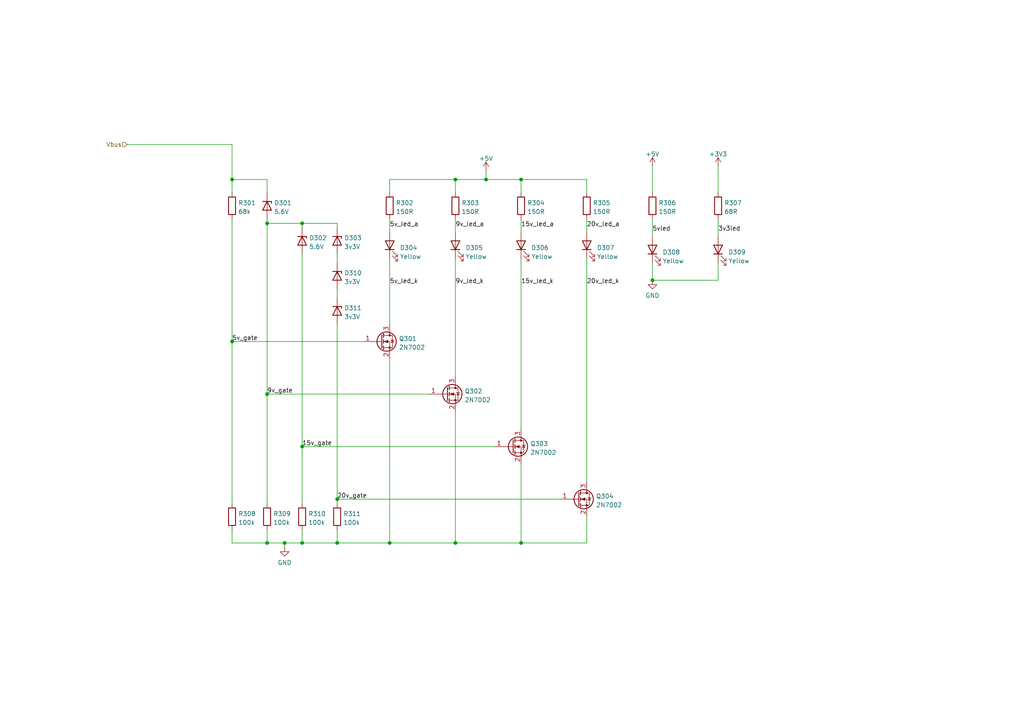
<source format=kicad_sch>
(kicad_sch (version 20211123) (generator eeschema)
  (paper "A4")
  (lib_symbols
    (symbol "Device:D_Zener" (pin_numbers hide) (pin_names (offset 1.016) hide)
      (property "Reference" "D" (at 0 2.54 0))
      (property "Value" "D_Zener" (at 0 -2.54 0))
      (symbol "D_Zener_0_1"
        (polyline (pts (xy 1.27 0) (xy -1.27 0)))
        (polyline (pts (xy -1.27 -1.27) (xy -1.27 1.27) (xy -0.762 1.27)) (stroke (width 0.254)))
        (polyline (pts (xy 1.27 -1.27) (xy 1.27 1.27) (xy -1.27 0) (xy 1.27 -1.27)) (stroke (width 0.254)))
      )
      (symbol "D_Zener_1_1"
        (pin passive line (at -3.81 0 0) (length 2.54) (name "K") (number "1"))
        (pin passive line (at 3.81 0 180) (length 2.54) (name "A") (number "2"))
      )
    )
    (symbol "Device:LED" (pin_numbers hide) (pin_names (offset 1.016) hide)
      (property "Reference" "D" (at 0 2.54 0))
      (property "Value" "LED" (at 0 -2.54 0))
      (symbol "LED_0_1"
        (polyline (pts (xy -1.27 -1.27) (xy -1.27 1.27)) (stroke (width 0.254)))
        (polyline (pts (xy -1.27 0) (xy 1.27 0)))
        (polyline (pts (xy 1.27 -1.27) (xy 1.27 1.27) (xy -1.27 0) (xy 1.27 -1.27)) (stroke (width 0.254)))
        (polyline (pts (xy -3.048 -0.762) (xy -4.572 -2.286) (xy -3.81 -2.286) (xy -4.572 -2.286) (xy -4.572 -1.524)))
        (polyline (pts (xy -1.778 -0.762) (xy -3.302 -2.286) (xy -2.54 -2.286) (xy -3.302 -2.286) (xy -3.302 -1.524)))
      )
      (symbol "LED_1_1"
        (pin passive line (at -3.81 0 0) (length 2.54) (name "K") (number "1"))
        (pin passive line (at 3.81 0 180) (length 2.54) (name "A") (number "2"))
      )
    )
    (symbol "Device:R" (pin_numbers hide) (pin_names (offset 0))
      (property "Reference" "R" (at 2.032 0 90))
      (property "Value" "R" (at 0 0 90))
      (symbol "R_0_1"
        (rectangle (start -1.016 -2.54) (end 1.016 2.54) (stroke (width 0.254)))
      )
      (symbol "R_1_1"
        (pin passive line (at 0 3.81 270) (length 1.27) (name "~") (number "1"))
        (pin passive line (at 0 -3.81 90) (length 1.27) (name "~") (number "2"))
      )
    )
    (symbol "Transistor_FET:2N7002" (pin_names hide)
      (property "Reference" "Q" (at 5.08 1.905 0))
      (property "Value" "2N7002" (at 5.08 0 0))
      (symbol "2N7002_0_1"
        (polyline (pts (xy 0.254 0) (xy -2.54 0)))
        (polyline (pts (xy 0.254 1.905) (xy 0.254 -1.905)) (stroke (width 0.254)))
        (polyline (pts (xy 0.762 -1.27) (xy 0.762 -2.286)) (stroke (width 0.254)))
        (polyline (pts (xy 0.762 0.508) (xy 0.762 -0.508)) (stroke (width 0.254)))
        (polyline (pts (xy 0.762 2.286) (xy 0.762 1.27)) (stroke (width 0.254)))
        (polyline (pts (xy 2.54 2.54) (xy 2.54 1.778)))
        (polyline (pts (xy 2.54 -2.54) (xy 2.54 0) (xy 0.762 0)))
        (polyline (pts (xy 0.762 -1.778) (xy 3.302 -1.778) (xy 3.302 1.778) (xy 0.762 1.778)))
        (polyline (pts (xy 1.016 0) (xy 2.032 0.381) (xy 2.032 -0.381) (xy 1.016 0)) (fill (type outline)))
        (polyline (pts (xy 2.794 0.508) (xy 2.921 0.381) (xy 3.683 0.381) (xy 3.81 0.254)))
        (polyline (pts (xy 3.302 0.381) (xy 2.921 -0.254) (xy 3.683 -0.254) (xy 3.302 0.381)))
        (circle (center 1.651 0) (radius 2.794) (stroke (width 0.254)))
        (circle (center 2.54 -1.778) (radius 0.254) (fill (type outline)))
        (circle (center 2.54 1.778) (radius 0.254) (fill (type outline)))
      )
      (symbol "2N7002_1_1"
        (pin input line (at -5.08 0 0) (length 2.54) (name "G") (number "1"))
        (pin passive line (at 2.54 -5.08 90) (length 2.54) (name "S") (number "2"))
        (pin passive line (at 2.54 5.08 270) (length 2.54) (name "D") (number "3"))
      )
    )
    (symbol "power:+3V3" (power) (pin_names (offset 0))
      (property "Value" "+3V3" (at 0 3.556 0))
      (symbol "+3V3_0_1"
        (polyline (pts (xy -0.762 1.27) (xy 0 2.54)))
        (polyline (pts (xy 0 0) (xy 0 2.54)))
        (polyline (pts (xy 0 2.54) (xy 0.762 1.27)))
      )
      (symbol "+3V3_1_1"
        (pin power_in line (at 0 0 90) (length 0) hide (name "+3V3") (number "1"))
      )
    )
    (symbol "power:+5V" (power) (pin_names (offset 0))
      (property "Value" "+5V" (at 0 3.556 0))
      (symbol "+5V_0_1"
        (polyline (pts (xy -0.762 1.27) (xy 0 2.54)))
        (polyline (pts (xy 0 0) (xy 0 2.54)))
        (polyline (pts (xy 0 2.54) (xy 0.762 1.27)))
      )
      (symbol "+5V_1_1"
        (pin power_in line (at 0 0 90) (length 0) hide (name "+5V") (number "1"))
      )
    )
    (symbol "power:GND" (power) (pin_names (offset 0))
      (property "Value" "GND" (at 0 -3.81 0))
      (symbol "GND_0_1"
        (polyline (pts (xy 0 0) (xy 0 -1.27) (xy 1.27 -1.27) (xy 0 -2.54) (xy -1.27 -1.27) (xy 0 -1.27)))
      )
      (symbol "GND_1_1"
        (pin power_in line (at 0 0 270) (length 0) hide (name "GND") (number "1"))
      )
    )
  )
  (junction (at 77.47 114.3))
  (junction (at 97.79 144.78))
  (junction (at 140.97 52.07))
  (junction (at 77.47 157.48))
  (junction (at 87.63 129.54))
  (junction (at 151.13 157.48))
  (junction (at 67.31 52.07))
  (junction (at 132.08 157.48))
  (junction (at 151.13 52.07))
  (junction (at 77.47 64.77))
  (junction (at 67.31 99.06))
  (junction (at 132.08 52.07))
  (junction (at 113.03 157.48))
  (junction (at 97.79 157.48))
  (junction (at 87.63 157.48))
  (junction (at 87.63 64.77))
  (junction (at 82.55 157.48))
  (junction (at 189.23 81.28))
  (wire (pts (xy 170.18 52.07) (xy 170.18 55.88)))
  (wire (pts (xy 151.13 74.93) (xy 151.13 124.46)))
  (wire (pts (xy 151.13 63.5) (xy 151.13 67.31)))
  (wire (pts (xy 170.18 63.5) (xy 170.18 67.31)))
  (wire (pts (xy 189.23 76.2) (xy 189.23 81.28)))
  (wire (pts (xy 67.31 157.48) (xy 67.31 153.67)))
  (wire (pts (xy 132.08 74.93) (xy 132.08 109.22)))
  (wire (pts (xy 97.79 64.77) (xy 97.79 66.04)))
  (wire (pts (xy 189.23 63.5) (xy 189.23 68.58)))
  (wire (pts (xy 67.31 157.48) (xy 77.47 157.48)))
  (wire (pts (xy 67.31 52.07) (xy 67.31 41.91)))
  (wire (pts (xy 87.63 157.48) (xy 97.79 157.48)))
  (wire (pts (xy 67.31 52.07) (xy 67.31 55.88)))
  (wire (pts (xy 97.79 144.78) (xy 97.79 146.05)))
  (wire (pts (xy 151.13 52.07) (xy 170.18 52.07)))
  (wire (pts (xy 87.63 129.54) (xy 143.51 129.54)))
  (wire (pts (xy 132.08 119.38) (xy 132.08 157.48)))
  (wire (pts (xy 132.08 157.48) (xy 151.13 157.48)))
  (wire (pts (xy 67.31 99.06) (xy 67.31 146.05)))
  (wire (pts (xy 67.31 99.06) (xy 105.41 99.06)))
  (wire (pts (xy 140.97 49.53) (xy 140.97 52.07)))
  (wire (pts (xy 87.63 129.54) (xy 87.63 146.05)))
  (wire (pts (xy 97.79 73.66) (xy 97.79 76.2)))
  (wire (pts (xy 82.55 157.48) (xy 87.63 157.48)))
  (wire (pts (xy 113.03 52.07) (xy 113.03 55.88)))
  (wire (pts (xy 113.03 157.48) (xy 132.08 157.48)))
  (wire (pts (xy 77.47 157.48) (xy 82.55 157.48)))
  (wire (pts (xy 77.47 64.77) (xy 87.63 64.77)))
  (wire (pts (xy 97.79 83.82) (xy 97.79 86.36)))
  (wire (pts (xy 97.79 144.78) (xy 162.56 144.78)))
  (wire (pts (xy 97.79 157.48) (xy 97.79 153.67)))
  (wire (pts (xy 87.63 64.77) (xy 97.79 64.77)))
  (wire (pts (xy 77.47 55.88) (xy 77.47 52.07)))
  (wire (pts (xy 87.63 157.48) (xy 87.63 153.67)))
  (wire (pts (xy 87.63 64.77) (xy 87.63 66.04)))
  (wire (pts (xy 77.47 157.48) (xy 77.47 153.67)))
  (wire (pts (xy 208.28 48.26) (xy 208.28 55.88)))
  (wire (pts (xy 87.63 73.66) (xy 87.63 129.54)))
  (wire (pts (xy 113.03 52.07) (xy 132.08 52.07)))
  (wire (pts (xy 170.18 74.93) (xy 170.18 139.7)))
  (wire (pts (xy 113.03 74.93) (xy 113.03 93.98)))
  (wire (pts (xy 208.28 63.5) (xy 208.28 68.58)))
  (wire (pts (xy 113.03 104.14) (xy 113.03 157.48)))
  (wire (pts (xy 113.03 63.5) (xy 113.03 67.31)))
  (wire (pts (xy 132.08 52.07) (xy 132.08 55.88)))
  (wire (pts (xy 189.23 81.28) (xy 208.28 81.28)))
  (wire (pts (xy 151.13 134.62) (xy 151.13 157.48)))
  (wire (pts (xy 132.08 63.5) (xy 132.08 67.31)))
  (wire (pts (xy 77.47 52.07) (xy 67.31 52.07)))
  (wire (pts (xy 82.55 158.75) (xy 82.55 157.48)))
  (wire (pts (xy 67.31 41.91) (xy 36.83 41.91)))
  (wire (pts (xy 151.13 52.07) (xy 151.13 55.88)))
  (wire (pts (xy 151.13 157.48) (xy 170.18 157.48)))
  (wire (pts (xy 189.23 48.26) (xy 189.23 55.88)))
  (wire (pts (xy 97.79 93.98) (xy 97.79 144.78)))
  (wire (pts (xy 77.47 114.3) (xy 77.47 146.05)))
  (wire (pts (xy 97.79 157.48) (xy 113.03 157.48)))
  (wire (pts (xy 132.08 52.07) (xy 140.97 52.07)))
  (wire (pts (xy 208.28 81.28) (xy 208.28 76.2)))
  (wire (pts (xy 77.47 63.5) (xy 77.47 64.77)))
  (wire (pts (xy 77.47 114.3) (xy 124.46 114.3)))
  (wire (pts (xy 140.97 52.07) (xy 151.13 52.07)))
  (wire (pts (xy 170.18 149.86) (xy 170.18 157.48)))
  (wire (pts (xy 77.47 64.77) (xy 77.47 114.3)))
  (wire (pts (xy 67.31 63.5) (xy 67.31 99.06)))
  (label "20v_led_a" (at 170.18 66.04 0))
  (label "5v_led_a" (at 113.03 66.04 0))
  (label "3v3led" (at 208.28 67.31 0))
  (label "9v_gate" (at 77.47 114.3 0))
  (label "5v_led_k" (at 113.03 82.55 0))
  (label "9v_led_k" (at 132.08 82.55 0))
  (label "20v_led_k" (at 170.18 82.55 0))
  (label "5vled" (at 189.23 67.31 0))
  (label "15v_gate" (at 87.63 129.54 0))
  (label "5v_gate" (at 67.31 99.06 0))
  (label "20v_gate" (at 97.79 144.78 0))
  (label "15v_led_k" (at 151.13 82.55 0))
  (label "15v_led_a" (at 151.13 66.04 0))
  (label "9v_led_a" (at 132.08 66.04 0))
  (hierarchical_label "Vbus" (shape input) (at 36.83 41.91 180))
  (symbol (lib_id "Device:D_Zener") (at 97.79 80.01 270) (unit 1)
    (property "Reference" "D310" (at 99.822 79.1753 90) (effects (justify left)))
    (property "Value" "3v3V" (at 99.822 81.7122 90) (effects (justify left)))
    (property "Footprint" "Diode_SMD:D_MiniMELF" (effects hide))
    (property "LCSC" "C8056" (effects hide))
  )
  (symbol (lib_id "Device:R") (at 97.79 149.86 0) (unit 1)
    (property "Reference" "R311" (at 99.568 149.0253 0) (effects (justify left)))
    (property "Value" "100k" (at 99.568 151.5622 0) (effects (justify left)))
    (property "Footprint" "Resistor_SMD:R_0402_1005Metric" (effects hide))
    (property "LCSC" "C25741" (effects hide))
  )
  (symbol (lib_id "Device:R") (at 170.18 59.69 0) (unit 1)
    (property "Reference" "R305" (at 171.958 58.8553 0) (effects (justify left)))
    (property "Value" "150R" (at 171.958 61.3922 0) (effects (justify left)))
    (property "Footprint" "Resistor_SMD:R_0402_1005Metric" (effects hide))
    (property "LCSC" "C25082" (effects hide))
  )
  (symbol (lib_id "power:+3V3") (at 208.28 48.26 0) (unit 1)
    (property "Reference" "#PWR0302" (effects hide))
    (property "Value" "+3V3" (at 208.28 44.6842 0))
  )
  (symbol (lib_id "Device:R") (at 67.31 59.69 0) (unit 1)
    (property "Reference" "R301" (at 69.088 58.8553 0) (effects (justify left)))
    (property "Value" "68k" (at 69.088 61.3922 0) (effects (justify left)))
    (property "Footprint" "Resistor_SMD:R_0402_1005Metric" (effects hide))
    (property "LCSC" "C36871" (effects hide))
  )
  (symbol (lib_id "Device:LED") (at 113.03 71.12 90) (unit 1)
    (property "Reference" "D304" (at 115.951 71.8728 90) (effects (justify right)))
    (property "Value" "Yellow" (at 115.951 74.4097 90) (effects (justify right)))
    (property "Footprint" "Skrooter_footprints:LED_0603_1608Metric_smaller_silk" (effects hide))
    (property "LCSC" "C72038" (effects hide))
  )
  (symbol (lib_id "Device:R") (at 132.08 59.69 0) (unit 1)
    (property "Reference" "R303" (at 133.858 58.8553 0) (effects (justify left)))
    (property "Value" "150R" (at 133.858 61.3922 0) (effects (justify left)))
    (property "Footprint" "Resistor_SMD:R_0402_1005Metric" (effects hide))
    (property "LCSC" "C25082" (effects hide))
  )
  (symbol (lib_id "Device:LED") (at 170.18 71.12 90) (unit 1)
    (property "Reference" "D307" (at 173.101 71.8728 90) (effects (justify right)))
    (property "Value" "Yellow" (at 173.101 74.4097 90) (effects (justify right)))
    (property "Footprint" "Skrooter_footprints:LED_0603_1608Metric_smaller_silk" (effects hide))
    (property "LCSC" "C72038" (effects hide))
  )
  (symbol (lib_id "Device:R") (at 87.63 149.86 0) (unit 1)
    (property "Reference" "R310" (at 89.408 149.0253 0) (effects (justify left)))
    (property "Value" "100k" (at 89.408 151.5622 0) (effects (justify left)))
    (property "Footprint" "Resistor_SMD:R_0402_1005Metric" (effects hide))
    (property "LCSC" "C25741" (effects hide))
  )
  (symbol (lib_id "Device:D_Zener") (at 87.63 69.85 270) (unit 1)
    (property "Reference" "D302" (at 89.662 69.0153 90) (effects (justify left)))
    (property "Value" "5.6V" (at 89.662 71.5522 90) (effects (justify left)))
    (property "Footprint" "Diode_SMD:D_MiniMELF" (effects hide))
    (property "LCSC" "C8062" (effects hide))
  )
  (symbol (lib_id "Device:D_Zener") (at 77.47 59.69 270) (unit 1)
    (property "Reference" "D301" (at 79.502 58.8553 90) (effects (justify left)))
    (property "Value" "5.6V" (at 79.502 61.3922 90) (effects (justify left)))
    (property "Footprint" "Diode_SMD:D_MiniMELF" (effects hide))
    (property "LCSC" "C8062" (effects hide))
  )
  (symbol (lib_id "Device:R") (at 77.47 149.86 0) (unit 1)
    (property "Reference" "R309" (at 79.248 149.0253 0) (effects (justify left)))
    (property "Value" "100k" (at 79.248 151.5622 0) (effects (justify left)))
    (property "Footprint" "Resistor_SMD:R_0402_1005Metric" (effects hide))
    (property "LCSC" "C25741" (effects hide))
  )
  (symbol (lib_id "Device:D_Zener") (at 97.79 69.85 270) (unit 1)
    (property "Reference" "D303" (at 99.822 69.0153 90) (effects (justify left)))
    (property "Value" "3v3V" (at 99.822 71.5522 90) (effects (justify left)))
    (property "Footprint" "Diode_SMD:D_MiniMELF" (effects hide))
    (property "LCSC" "C8056" (effects hide))
  )
  (symbol (lib_id "Transistor_FET:2N7002") (at 148.59 129.54 0) (unit 1)
    (property "Reference" "Q303" (at 153.797 128.7053 0) (effects (justify left)))
    (property "Value" "2N7002" (at 153.797 131.2422 0) (effects (justify left)))
    (property "Footprint" "Package_TO_SOT_SMD:SOT-23" (effects hide))
    (property "Datasheet" "https://www.onsemi.com/pub/Collateral/NDS7002A-D.PDF" (effects hide))
    (property "LCSC" "C8545" (effects hide))
  )
  (symbol (lib_id "Device:LED") (at 189.23 72.39 90) (unit 1)
    (property "Reference" "D308" (at 192.151 73.1428 90) (effects (justify right)))
    (property "Value" "Yellow" (at 192.151 75.6797 90) (effects (justify right)))
    (property "Footprint" "Skrooter_footprints:LED_0603_1608Metric_smaller_silk" (effects hide))
    (property "LCSC" "C72038" (effects hide))
  )
  (symbol (lib_id "Transistor_FET:2N7002") (at 167.64 144.78 0) (unit 1)
    (property "Reference" "Q304" (at 172.847 143.9453 0) (effects (justify left)))
    (property "Value" "2N7002" (at 172.847 146.4822 0) (effects (justify left)))
    (property "Footprint" "Package_TO_SOT_SMD:SOT-23" (effects hide))
    (property "Datasheet" "https://www.onsemi.com/pub/Collateral/NDS7002A-D.PDF" (effects hide))
    (property "LCSC" "C8545" (effects hide))
  )
  (symbol (lib_id "Transistor_FET:2N7002") (at 110.49 99.06 0) (unit 1)
    (property "Reference" "Q301" (at 115.697 98.2253 0) (effects (justify left)))
    (property "Value" "2N7002" (at 115.697 100.7622 0) (effects (justify left)))
    (property "Footprint" "Package_TO_SOT_SMD:SOT-23" (effects hide))
    (property "Datasheet" "https://www.onsemi.com/pub/Collateral/NDS7002A-D.PDF" (effects hide))
    (property "LCSC" "C8545" (effects hide))
  )
  (symbol (lib_id "Device:LED") (at 208.28 72.39 90) (unit 1)
    (property "Reference" "D309" (at 211.201 73.1428 90) (effects (justify right)))
    (property "Value" "Yellow" (at 211.201 75.6797 90) (effects (justify right)))
    (property "Footprint" "Skrooter_footprints:LED_0603_1608Metric_smaller_silk" (effects hide))
    (property "LCSC" "C72038" (effects hide))
  )
  (symbol (lib_id "Device:LED") (at 132.08 71.12 90) (unit 1)
    (property "Reference" "D305" (at 135.001 71.8728 90) (effects (justify right)))
    (property "Value" "Yellow" (at 135.001 74.4097 90) (effects (justify right)))
    (property "Footprint" "Skrooter_footprints:LED_0603_1608Metric_smaller_silk" (effects hide))
    (property "LCSC" "C72038" (effects hide))
  )
  (symbol (lib_id "Transistor_FET:2N7002") (at 129.54 114.3 0) (unit 1)
    (property "Reference" "Q302" (at 134.747 113.4653 0) (effects (justify left)))
    (property "Value" "2N7002" (at 134.747 116.0022 0) (effects (justify left)))
    (property "Footprint" "Package_TO_SOT_SMD:SOT-23" (effects hide))
    (property "Datasheet" "https://www.onsemi.com/pub/Collateral/NDS7002A-D.PDF" (effects hide))
    (property "LCSC" "C8545" (effects hide))
  )
  (symbol (lib_id "Device:R") (at 113.03 59.69 0) (unit 1)
    (property "Reference" "R302" (at 114.808 58.8553 0) (effects (justify left)))
    (property "Value" "150R" (at 114.808 61.3922 0) (effects (justify left)))
    (property "Footprint" "Resistor_SMD:R_0402_1005Metric" (effects hide))
    (property "LCSC" "C25082" (effects hide))
  )
  (symbol (lib_id "Device:D_Zener") (at 97.79 90.17 270) (unit 1)
    (property "Reference" "D311" (at 99.822 89.3353 90) (effects (justify left)))
    (property "Value" "3v3V" (at 99.822 91.8722 90) (effects (justify left)))
    (property "Footprint" "Diode_SMD:D_MiniMELF" (effects hide))
    (property "LCSC" "C8056" (effects hide))
  )
  (symbol (lib_id "Device:LED") (at 151.13 71.12 90) (unit 1)
    (property "Reference" "D306" (at 154.051 71.8728 90) (effects (justify right)))
    (property "Value" "Yellow" (at 154.051 74.4097 90) (effects (justify right)))
    (property "Footprint" "Skrooter_footprints:LED_0603_1608Metric_smaller_silk" (effects hide))
    (property "LCSC" "C72038" (effects hide))
  )
  (symbol (lib_id "power:+5V") (at 189.23 48.26 0) (unit 1)
    (property "Reference" "#PWR0301" (effects hide))
    (property "Value" "+5V" (at 189.23 44.6842 0))
  )
  (symbol (lib_id "Device:R") (at 208.28 59.69 0) (unit 1)
    (property "Reference" "R307" (at 210.058 58.8553 0) (effects (justify left)))
    (property "Value" "68R" (at 210.058 61.3922 0) (effects (justify left)))
    (property "Footprint" "Resistor_SMD:R_0603_1608Metric" (effects hide))
    (property "LCSC" "C27592" (effects hide))
  )
  (symbol (lib_id "Device:R") (at 189.23 59.69 0) (unit 1)
    (property "Reference" "R306" (at 191.008 58.8553 0) (effects (justify left)))
    (property "Value" "150R" (at 191.008 61.3922 0) (effects (justify left)))
    (property "Footprint" "Resistor_SMD:R_0402_1005Metric" (effects hide))
    (property "LCSC" "C25082" (effects hide))
  )
  (symbol (lib_id "power:GND") (at 189.23 81.28 0) (unit 1)
    (property "Reference" "#PWR0304" (effects hide))
    (property "Value" "GND" (at 189.23 85.7234 0))
  )
  (symbol (lib_id "Device:R") (at 67.31 149.86 0) (unit 1)
    (property "Reference" "R308" (at 69.088 149.0253 0) (effects (justify left)))
    (property "Value" "100k" (at 69.088 151.5622 0) (effects (justify left)))
    (property "Footprint" "Resistor_SMD:R_0402_1005Metric" (effects hide))
    (property "LCSC" "C25741" (effects hide))
  )
  (symbol (lib_id "Device:R") (at 151.13 59.69 0) (unit 1)
    (property "Reference" "R304" (at 152.908 58.8553 0) (effects (justify left)))
    (property "Value" "150R" (at 152.908 61.3922 0) (effects (justify left)))
    (property "Footprint" "Resistor_SMD:R_0402_1005Metric" (effects hide))
    (property "LCSC" "C25082" (effects hide))
  )
  (symbol (lib_id "power:GND") (at 82.55 158.75 0) (unit 1)
    (property "Reference" "#PWR0305" (effects hide))
    (property "Value" "GND" (at 82.55 163.1934 0))
  )
  (symbol (lib_id "power:+5V") (at 140.97 49.53 0) (unit 1)
    (property "Reference" "#PWR0303" (effects hide))
    (property "Value" "+5V" (at 140.97 45.9542 0))
  )
)
</source>
